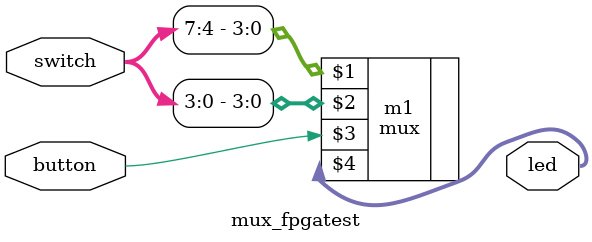
<source format=v>
`timescale 1ns / 1ps

module mux_fpgatest(
	input  [7:0] switch,
	input  button,
	output [3:0] led
);

	mux m1(switch[7:4], switch[3:0], button, led);

endmodule

</source>
